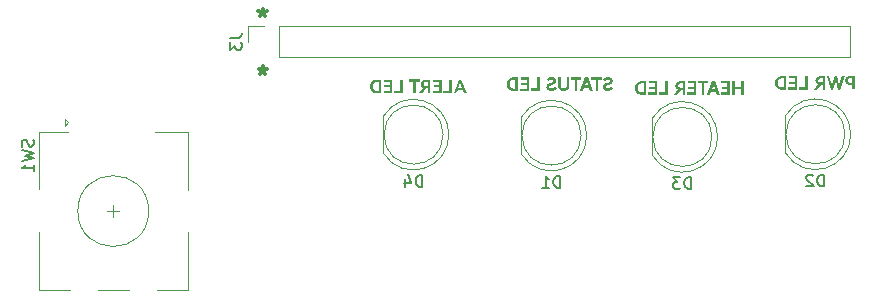
<source format=gbr>
%TF.GenerationSoftware,KiCad,Pcbnew,8.0.5*%
%TF.CreationDate,2024-12-25T22:13:30-08:00*%
%TF.ProjectId,ToastyReflowOvenPCB,546f6173-7479-4526-9566-6c6f774f7665,rev?*%
%TF.SameCoordinates,Original*%
%TF.FileFunction,Legend,Bot*%
%TF.FilePolarity,Positive*%
%FSLAX46Y46*%
G04 Gerber Fmt 4.6, Leading zero omitted, Abs format (unit mm)*
G04 Created by KiCad (PCBNEW 8.0.5) date 2024-12-25 22:13:30*
%MOMM*%
%LPD*%
G01*
G04 APERTURE LIST*
%ADD10C,0.275000*%
%ADD11C,0.300000*%
%ADD12C,0.150000*%
%ADD13C,0.120000*%
G04 APERTURE END LIST*
D10*
G36*
X136150865Y-120123000D02*
G01*
X135927334Y-120123000D01*
X135831957Y-119865079D01*
X135392955Y-119865079D01*
X135294623Y-120123000D01*
X135057390Y-120123000D01*
X135236566Y-119677012D01*
X135465495Y-119677012D01*
X135762641Y-119677012D01*
X135616486Y-119275623D01*
X135465495Y-119677012D01*
X135236566Y-119677012D01*
X135513318Y-118988150D01*
X135708907Y-118988150D01*
X136150865Y-120123000D01*
G37*
G36*
X134926280Y-118988150D02*
G01*
X134704630Y-118988150D01*
X134704630Y-119916663D01*
X134186908Y-119916663D01*
X134186908Y-120123000D01*
X134926280Y-120123000D01*
X134926280Y-118988150D01*
G37*
G36*
X133354040Y-119640473D02*
G01*
X133811580Y-119640473D01*
X133811580Y-119934933D01*
X133285261Y-119934933D01*
X133285261Y-120123000D01*
X134033230Y-120123000D01*
X134033230Y-118989224D01*
X133302456Y-118989224D01*
X133302456Y-119177291D01*
X133811580Y-119177291D01*
X133811580Y-119452406D01*
X133354040Y-119452406D01*
X133354040Y-119640473D01*
G37*
G36*
X133097194Y-120123000D02*
G01*
X132875544Y-120123000D01*
X132875544Y-119710327D01*
X132715150Y-119710327D01*
X132706284Y-119710327D01*
X132434392Y-120123000D01*
X132165725Y-120123000D01*
X132485976Y-119664385D01*
X132455349Y-119649929D01*
X132405806Y-119619183D01*
X132363446Y-119582358D01*
X132328269Y-119539454D01*
X132312015Y-119513204D01*
X132289700Y-119462714D01*
X132276312Y-119408059D01*
X132271849Y-119349238D01*
X132512575Y-119349238D01*
X132516605Y-119390126D01*
X132537762Y-119441068D01*
X132577055Y-119479542D01*
X132625041Y-119503863D01*
X132680711Y-119518088D01*
X132737986Y-119522260D01*
X132875544Y-119522260D01*
X132875544Y-119176217D01*
X132737986Y-119176217D01*
X132685437Y-119179553D01*
X132628714Y-119192693D01*
X132576249Y-119218397D01*
X132545469Y-119245692D01*
X132520099Y-119293655D01*
X132512575Y-119349238D01*
X132271849Y-119349238D01*
X132273161Y-119316574D01*
X132282134Y-119260722D01*
X132299608Y-119208652D01*
X132325582Y-119160365D01*
X132343412Y-119135437D01*
X132381157Y-119095262D01*
X132426172Y-119061122D01*
X132478454Y-119033017D01*
X132484698Y-119030257D01*
X132536920Y-119011328D01*
X132593173Y-118998008D01*
X132653455Y-118990297D01*
X132709508Y-118988150D01*
X133097194Y-118988150D01*
X133097194Y-120123000D01*
G37*
G36*
X132181577Y-118970955D02*
G01*
X131270258Y-118970955D01*
X131270258Y-119177291D01*
X131616032Y-119177291D01*
X131616032Y-120114402D01*
X131837683Y-120114402D01*
X131837683Y-119177291D01*
X132181577Y-119177291D01*
X132181577Y-118970955D01*
G37*
G36*
X130774836Y-118988150D02*
G01*
X130553185Y-118988150D01*
X130553185Y-119916663D01*
X130035464Y-119916663D01*
X130035464Y-120123000D01*
X130774836Y-120123000D01*
X130774836Y-118988150D01*
G37*
G36*
X129202595Y-119640473D02*
G01*
X129660136Y-119640473D01*
X129660136Y-119934933D01*
X129133817Y-119934933D01*
X129133817Y-120123000D01*
X129881786Y-120123000D01*
X129881786Y-118989224D01*
X129151011Y-118989224D01*
X129151011Y-119177291D01*
X129660136Y-119177291D01*
X129660136Y-119452406D01*
X129202595Y-119452406D01*
X129202595Y-119640473D01*
G37*
G36*
X128945750Y-120123000D02*
G01*
X128569078Y-120123000D01*
X128548389Y-120122736D01*
X128487907Y-120118785D01*
X128429806Y-120110092D01*
X128374085Y-120096658D01*
X128320744Y-120078482D01*
X128269783Y-120055564D01*
X128253410Y-120046895D01*
X128206898Y-120018018D01*
X128164297Y-119984833D01*
X128125605Y-119947342D01*
X128090825Y-119905543D01*
X128059954Y-119859437D01*
X128046174Y-119834839D01*
X128022681Y-119783135D01*
X128004608Y-119728088D01*
X127991958Y-119669697D01*
X127984729Y-119607962D01*
X127982875Y-119554769D01*
X128223572Y-119554769D01*
X128223667Y-119566121D01*
X128226973Y-119620414D01*
X128237174Y-119680127D01*
X128254175Y-119733909D01*
X128282606Y-119789157D01*
X128320293Y-119836332D01*
X128326420Y-119842398D01*
X128373925Y-119879470D01*
X128429504Y-119907105D01*
X128483569Y-119923281D01*
X128543566Y-119932525D01*
X128598094Y-119934933D01*
X128724099Y-119934933D01*
X128724099Y-119176217D01*
X128598094Y-119176217D01*
X128533674Y-119179711D01*
X128475015Y-119190196D01*
X128422118Y-119207669D01*
X128367687Y-119236890D01*
X128321099Y-119275623D01*
X128315098Y-119281915D01*
X128278431Y-119330348D01*
X128251097Y-119386468D01*
X128235097Y-119440691D01*
X128225953Y-119500562D01*
X128223572Y-119554769D01*
X127982875Y-119554769D01*
X127982847Y-119553963D01*
X127983148Y-119532088D01*
X127987666Y-119468745D01*
X127997606Y-119408820D01*
X128012967Y-119352315D01*
X128033750Y-119299229D01*
X128059954Y-119249563D01*
X128069813Y-119233784D01*
X128102034Y-119189331D01*
X128138222Y-119149204D01*
X128178378Y-119113403D01*
X128222500Y-119081928D01*
X128270589Y-119054779D01*
X128287403Y-119046711D01*
X128339318Y-119025629D01*
X128393442Y-119009232D01*
X128449778Y-118997519D01*
X128508323Y-118990492D01*
X128569078Y-118988150D01*
X128945750Y-118988150D01*
X128945750Y-120123000D01*
G37*
G36*
X159407986Y-119565212D02*
G01*
X158890265Y-119565212D01*
X158890265Y-119118150D01*
X158668614Y-119118150D01*
X158668614Y-120253000D01*
X158890265Y-120253000D01*
X158890265Y-119771548D01*
X159407986Y-119771548D01*
X159407986Y-120253000D01*
X159629637Y-120253000D01*
X159629637Y-119118150D01*
X159407986Y-119118150D01*
X159407986Y-119565212D01*
G37*
G36*
X157757564Y-119770473D02*
G01*
X158215104Y-119770473D01*
X158215104Y-120064933D01*
X157688785Y-120064933D01*
X157688785Y-120253000D01*
X158436755Y-120253000D01*
X158436755Y-119119224D01*
X157705980Y-119119224D01*
X157705980Y-119307291D01*
X158215104Y-119307291D01*
X158215104Y-119582406D01*
X157757564Y-119582406D01*
X157757564Y-119770473D01*
G37*
G36*
X157611946Y-120253000D02*
G01*
X157388415Y-120253000D01*
X157293039Y-119995079D01*
X156854036Y-119995079D01*
X156755704Y-120253000D01*
X156518471Y-120253000D01*
X156697647Y-119807012D01*
X156926577Y-119807012D01*
X157223722Y-119807012D01*
X157077568Y-119405623D01*
X156926577Y-119807012D01*
X156697647Y-119807012D01*
X156974399Y-119118150D01*
X157169989Y-119118150D01*
X157611946Y-120253000D01*
G37*
G36*
X156632386Y-119100955D02*
G01*
X155721067Y-119100955D01*
X155721067Y-119307291D01*
X156066842Y-119307291D01*
X156066842Y-120244402D01*
X156288492Y-120244402D01*
X156288492Y-119307291D01*
X156632386Y-119307291D01*
X156632386Y-119100955D01*
G37*
G36*
X154916140Y-119770473D02*
G01*
X155373681Y-119770473D01*
X155373681Y-120064933D01*
X154847362Y-120064933D01*
X154847362Y-120253000D01*
X155595331Y-120253000D01*
X155595331Y-119119224D01*
X154864556Y-119119224D01*
X154864556Y-119307291D01*
X155373681Y-119307291D01*
X155373681Y-119582406D01*
X154916140Y-119582406D01*
X154916140Y-119770473D01*
G37*
G36*
X154659295Y-120253000D02*
G01*
X154437644Y-120253000D01*
X154437644Y-119840327D01*
X154277250Y-119840327D01*
X154268384Y-119840327D01*
X153996493Y-120253000D01*
X153727826Y-120253000D01*
X154048077Y-119794385D01*
X154017449Y-119779929D01*
X153967906Y-119749183D01*
X153925546Y-119712358D01*
X153890369Y-119669454D01*
X153874116Y-119643204D01*
X153851801Y-119592714D01*
X153838412Y-119538059D01*
X153833949Y-119479238D01*
X154074675Y-119479238D01*
X154078705Y-119520126D01*
X154099863Y-119571068D01*
X154139155Y-119609542D01*
X154187142Y-119633863D01*
X154242811Y-119648088D01*
X154300087Y-119652260D01*
X154437644Y-119652260D01*
X154437644Y-119306217D01*
X154300087Y-119306217D01*
X154247538Y-119309553D01*
X154190815Y-119322693D01*
X154138349Y-119348397D01*
X154107569Y-119375692D01*
X154082199Y-119423655D01*
X154074675Y-119479238D01*
X153833949Y-119479238D01*
X153835261Y-119446574D01*
X153844234Y-119390722D01*
X153861708Y-119338652D01*
X153887683Y-119290365D01*
X153905512Y-119265437D01*
X153943258Y-119225262D01*
X153988272Y-119191122D01*
X154040554Y-119163017D01*
X154046799Y-119160257D01*
X154099021Y-119141328D01*
X154155273Y-119128008D01*
X154215555Y-119120297D01*
X154271608Y-119118150D01*
X154659295Y-119118150D01*
X154659295Y-120253000D01*
G37*
G36*
X153189148Y-119118150D02*
G01*
X152967498Y-119118150D01*
X152967498Y-120046663D01*
X152449776Y-120046663D01*
X152449776Y-120253000D01*
X153189148Y-120253000D01*
X153189148Y-119118150D01*
G37*
G36*
X151616908Y-119770473D02*
G01*
X152074448Y-119770473D01*
X152074448Y-120064933D01*
X151548129Y-120064933D01*
X151548129Y-120253000D01*
X152296099Y-120253000D01*
X152296099Y-119119224D01*
X151565324Y-119119224D01*
X151565324Y-119307291D01*
X152074448Y-119307291D01*
X152074448Y-119582406D01*
X151616908Y-119582406D01*
X151616908Y-119770473D01*
G37*
G36*
X151360062Y-120253000D02*
G01*
X150983391Y-120253000D01*
X150962702Y-120252736D01*
X150902220Y-120248785D01*
X150844119Y-120240092D01*
X150788397Y-120226658D01*
X150735056Y-120208482D01*
X150684096Y-120185564D01*
X150667723Y-120176895D01*
X150621211Y-120148018D01*
X150578609Y-120114833D01*
X150539918Y-120077342D01*
X150505137Y-120035543D01*
X150474267Y-119989437D01*
X150460487Y-119964839D01*
X150436993Y-119913135D01*
X150418921Y-119858088D01*
X150406271Y-119799697D01*
X150399042Y-119737962D01*
X150397187Y-119684769D01*
X150637885Y-119684769D01*
X150637980Y-119696121D01*
X150641285Y-119750414D01*
X150651486Y-119810127D01*
X150668488Y-119863909D01*
X150696918Y-119919157D01*
X150734605Y-119966332D01*
X150740733Y-119972398D01*
X150788238Y-120009470D01*
X150843817Y-120037105D01*
X150897882Y-120053281D01*
X150957879Y-120062525D01*
X151012407Y-120064933D01*
X151138412Y-120064933D01*
X151138412Y-119306217D01*
X151012407Y-119306217D01*
X150947987Y-119309711D01*
X150889328Y-119320196D01*
X150836431Y-119337669D01*
X150782000Y-119366890D01*
X150735411Y-119405623D01*
X150729411Y-119411915D01*
X150692744Y-119460348D01*
X150665410Y-119516468D01*
X150649409Y-119570691D01*
X150640266Y-119630562D01*
X150637885Y-119684769D01*
X150397187Y-119684769D01*
X150397159Y-119683963D01*
X150397461Y-119662088D01*
X150401979Y-119598745D01*
X150411918Y-119538820D01*
X150427279Y-119482315D01*
X150448062Y-119429229D01*
X150474267Y-119379563D01*
X150484126Y-119363784D01*
X150516347Y-119319331D01*
X150552535Y-119279204D01*
X150592690Y-119243403D01*
X150636812Y-119211928D01*
X150684902Y-119184779D01*
X150701716Y-119176711D01*
X150753630Y-119155629D01*
X150807755Y-119139232D01*
X150864090Y-119127519D01*
X150922635Y-119120492D01*
X150983391Y-119118150D01*
X151360062Y-119118150D01*
X151360062Y-120253000D01*
G37*
G36*
X147693070Y-119590390D02*
G01*
X147696798Y-119646457D01*
X147709903Y-119703873D01*
X147732444Y-119755296D01*
X147752714Y-119786248D01*
X147789090Y-119827406D01*
X147831120Y-119862018D01*
X147878802Y-119890085D01*
X147907735Y-119902849D01*
X147962447Y-119920902D01*
X148019284Y-119933046D01*
X148078247Y-119939282D01*
X148111922Y-119940194D01*
X148170086Y-119937578D01*
X148226097Y-119929729D01*
X148279954Y-119916647D01*
X148331658Y-119898332D01*
X148381208Y-119874785D01*
X148397247Y-119865773D01*
X148441907Y-119835583D01*
X148486443Y-119794846D01*
X148522827Y-119748169D01*
X148551061Y-119695552D01*
X148566238Y-119654332D01*
X148380589Y-119549821D01*
X148354357Y-119600589D01*
X148321671Y-119643749D01*
X148278262Y-119682437D01*
X148273928Y-119685498D01*
X148222449Y-119713031D01*
X148169975Y-119728143D01*
X148112097Y-119733811D01*
X148106011Y-119733858D01*
X148051178Y-119729249D01*
X147998857Y-119712220D01*
X147980275Y-119701080D01*
X147944008Y-119657628D01*
X147933796Y-119605435D01*
X147944972Y-119551931D01*
X147965498Y-119522417D01*
X148008320Y-119488419D01*
X148043949Y-119470833D01*
X148095450Y-119451844D01*
X148147701Y-119434697D01*
X148172372Y-119427040D01*
X148224544Y-119410584D01*
X148277256Y-119392232D01*
X148328397Y-119372040D01*
X148351036Y-119362023D01*
X148400026Y-119333384D01*
X148443424Y-119295830D01*
X148469249Y-119265840D01*
X148497241Y-119216869D01*
X148512606Y-119163975D01*
X148518223Y-119109551D01*
X148518415Y-119096579D01*
X148513825Y-119036821D01*
X148500054Y-118982376D01*
X148477102Y-118933244D01*
X148460383Y-118908244D01*
X148424786Y-118867671D01*
X148383281Y-118833305D01*
X148335868Y-118805143D01*
X148306974Y-118792180D01*
X148252156Y-118773608D01*
X148195000Y-118761114D01*
X148135506Y-118754698D01*
X148101444Y-118753760D01*
X148046554Y-118756206D01*
X147986384Y-118765244D01*
X147930379Y-118780942D01*
X147878539Y-118803299D01*
X147844061Y-118823345D01*
X147800800Y-118856141D01*
X147760269Y-118899384D01*
X147729242Y-118948772D01*
X147707719Y-119004307D01*
X147705697Y-119011681D01*
X147892690Y-119116192D01*
X147916933Y-119065678D01*
X147951979Y-119021103D01*
X147974633Y-119001471D01*
X148023469Y-118974683D01*
X148076577Y-118962076D01*
X148111116Y-118960096D01*
X148166927Y-118965949D01*
X148219754Y-118987249D01*
X148231748Y-118995561D01*
X148267595Y-119039325D01*
X148277690Y-119088519D01*
X148263848Y-119141750D01*
X148248405Y-119161328D01*
X148203142Y-119194431D01*
X148173984Y-119208076D01*
X148120721Y-119227420D01*
X148065872Y-119245116D01*
X148051741Y-119249451D01*
X147998679Y-119265890D01*
X147944765Y-119284504D01*
X147892039Y-119305337D01*
X147868510Y-119315812D01*
X147821267Y-119342773D01*
X147778914Y-119377481D01*
X147744654Y-119415756D01*
X147715285Y-119466331D01*
X147699165Y-119520905D01*
X147693271Y-119577019D01*
X147693070Y-119590390D01*
G37*
G36*
X147641486Y-118770955D02*
G01*
X146730167Y-118770955D01*
X146730167Y-118977291D01*
X147075942Y-118977291D01*
X147075942Y-119914402D01*
X147297592Y-119914402D01*
X147297592Y-118977291D01*
X147641486Y-118977291D01*
X147641486Y-118770955D01*
G37*
G36*
X146856441Y-119923000D02*
G01*
X146632909Y-119923000D01*
X146537533Y-119665079D01*
X146098531Y-119665079D01*
X146000198Y-119923000D01*
X145762965Y-119923000D01*
X145942141Y-119477012D01*
X146171071Y-119477012D01*
X146468217Y-119477012D01*
X146322062Y-119075623D01*
X146171071Y-119477012D01*
X145942141Y-119477012D01*
X146218893Y-118788150D01*
X146414483Y-118788150D01*
X146856441Y-119923000D01*
G37*
G36*
X145876880Y-118770955D02*
G01*
X144965561Y-118770955D01*
X144965561Y-118977291D01*
X145311336Y-118977291D01*
X145311336Y-119914402D01*
X145532986Y-119914402D01*
X145532986Y-118977291D01*
X145876880Y-118977291D01*
X145876880Y-118770955D01*
G37*
G36*
X144117648Y-118788150D02*
G01*
X143895997Y-118788150D01*
X143895997Y-119463310D01*
X143898736Y-119525113D01*
X143906951Y-119583342D01*
X143920643Y-119637997D01*
X143939811Y-119689079D01*
X143953224Y-119716663D01*
X143985044Y-119767424D01*
X144023278Y-119811973D01*
X144067928Y-119850308D01*
X144118991Y-119882431D01*
X144168289Y-119904938D01*
X144221444Y-119921917D01*
X144278455Y-119933369D01*
X144339323Y-119939292D01*
X144375837Y-119940194D01*
X144430683Y-119938163D01*
X144490945Y-119930661D01*
X144547196Y-119917630D01*
X144599436Y-119899072D01*
X144634295Y-119882431D01*
X144685241Y-119850308D01*
X144729806Y-119811973D01*
X144767990Y-119767424D01*
X144799794Y-119716663D01*
X144822092Y-119667624D01*
X144838913Y-119615011D01*
X144850258Y-119558825D01*
X144856126Y-119499064D01*
X144857020Y-119463310D01*
X144857020Y-118788150D01*
X144635369Y-118788150D01*
X144635369Y-119408771D01*
X144632980Y-119467300D01*
X144624151Y-119528183D01*
X144608817Y-119581095D01*
X144583328Y-119631806D01*
X144567397Y-119653258D01*
X144524763Y-119692220D01*
X144473331Y-119718430D01*
X144420227Y-119731024D01*
X144375837Y-119733858D01*
X144318225Y-119728820D01*
X144261479Y-119711110D01*
X144213278Y-119680649D01*
X144185889Y-119653258D01*
X144156034Y-119607752D01*
X144134708Y-119551836D01*
X144123046Y-119494369D01*
X144118248Y-119438767D01*
X144117648Y-119408771D01*
X144117648Y-118788150D01*
G37*
G36*
X142915094Y-119590390D02*
G01*
X142918821Y-119646457D01*
X142931927Y-119703873D01*
X142954468Y-119755296D01*
X142974738Y-119786248D01*
X143011114Y-119827406D01*
X143053143Y-119862018D01*
X143100826Y-119890085D01*
X143129759Y-119902849D01*
X143184471Y-119920902D01*
X143241308Y-119933046D01*
X143300271Y-119939282D01*
X143333946Y-119940194D01*
X143392110Y-119937578D01*
X143448121Y-119929729D01*
X143501978Y-119916647D01*
X143553682Y-119898332D01*
X143603232Y-119874785D01*
X143619270Y-119865773D01*
X143663931Y-119835583D01*
X143708466Y-119794846D01*
X143744851Y-119748169D01*
X143773085Y-119695552D01*
X143788262Y-119654332D01*
X143602613Y-119549821D01*
X143576381Y-119600589D01*
X143543695Y-119643749D01*
X143500286Y-119682437D01*
X143495952Y-119685498D01*
X143444473Y-119713031D01*
X143391999Y-119728143D01*
X143334120Y-119733811D01*
X143328035Y-119733858D01*
X143273202Y-119729249D01*
X143220881Y-119712220D01*
X143202299Y-119701080D01*
X143166032Y-119657628D01*
X143155819Y-119605435D01*
X143166996Y-119551931D01*
X143187522Y-119522417D01*
X143230344Y-119488419D01*
X143265973Y-119470833D01*
X143317474Y-119451844D01*
X143369725Y-119434697D01*
X143394396Y-119427040D01*
X143446568Y-119410584D01*
X143499280Y-119392232D01*
X143550421Y-119372040D01*
X143573060Y-119362023D01*
X143622049Y-119333384D01*
X143665447Y-119295830D01*
X143691273Y-119265840D01*
X143719265Y-119216869D01*
X143734629Y-119163975D01*
X143740247Y-119109551D01*
X143740439Y-119096579D01*
X143735849Y-119036821D01*
X143722077Y-118982376D01*
X143699125Y-118933244D01*
X143682407Y-118908244D01*
X143646810Y-118867671D01*
X143605305Y-118833305D01*
X143557892Y-118805143D01*
X143528998Y-118792180D01*
X143474180Y-118773608D01*
X143417024Y-118761114D01*
X143357530Y-118754698D01*
X143323468Y-118753760D01*
X143268578Y-118756206D01*
X143208407Y-118765244D01*
X143152402Y-118780942D01*
X143100563Y-118803299D01*
X143066085Y-118823345D01*
X143022824Y-118856141D01*
X142982293Y-118899384D01*
X142951266Y-118948772D01*
X142929743Y-119004307D01*
X142927721Y-119011681D01*
X143114713Y-119116192D01*
X143138956Y-119065678D01*
X143174003Y-119021103D01*
X143196657Y-119001471D01*
X143245493Y-118974683D01*
X143298601Y-118962076D01*
X143333140Y-118960096D01*
X143388951Y-118965949D01*
X143441778Y-118987249D01*
X143453771Y-118995561D01*
X143489619Y-119039325D01*
X143499713Y-119088519D01*
X143485872Y-119141750D01*
X143470429Y-119161328D01*
X143425166Y-119194431D01*
X143396008Y-119208076D01*
X143342745Y-119227420D01*
X143287895Y-119245116D01*
X143273764Y-119249451D01*
X143220703Y-119265890D01*
X143166789Y-119284504D01*
X143114063Y-119305337D01*
X143090533Y-119315812D01*
X143043291Y-119342773D01*
X143000938Y-119377481D01*
X142966678Y-119415756D01*
X142937309Y-119466331D01*
X142921189Y-119520905D01*
X142915295Y-119577019D01*
X142915094Y-119590390D01*
G37*
G36*
X142344445Y-118788150D02*
G01*
X142122794Y-118788150D01*
X142122794Y-119716663D01*
X141605073Y-119716663D01*
X141605073Y-119923000D01*
X142344445Y-119923000D01*
X142344445Y-118788150D01*
G37*
G36*
X140772205Y-119440473D02*
G01*
X141229745Y-119440473D01*
X141229745Y-119734933D01*
X140703426Y-119734933D01*
X140703426Y-119923000D01*
X141451395Y-119923000D01*
X141451395Y-118789224D01*
X140720621Y-118789224D01*
X140720621Y-118977291D01*
X141229745Y-118977291D01*
X141229745Y-119252406D01*
X140772205Y-119252406D01*
X140772205Y-119440473D01*
G37*
G36*
X140515359Y-119923000D02*
G01*
X140138688Y-119923000D01*
X140117998Y-119922736D01*
X140057517Y-119918785D01*
X139999415Y-119910092D01*
X139943694Y-119896658D01*
X139890353Y-119878482D01*
X139839392Y-119855564D01*
X139823019Y-119846895D01*
X139776507Y-119818018D01*
X139733906Y-119784833D01*
X139695215Y-119747342D01*
X139660434Y-119705543D01*
X139629563Y-119659437D01*
X139615783Y-119634839D01*
X139592290Y-119583135D01*
X139574218Y-119528088D01*
X139561567Y-119469697D01*
X139554338Y-119407962D01*
X139552484Y-119354769D01*
X139793182Y-119354769D01*
X139793276Y-119366121D01*
X139796582Y-119420414D01*
X139806783Y-119480127D01*
X139823785Y-119533909D01*
X139852215Y-119589157D01*
X139889902Y-119636332D01*
X139896029Y-119642398D01*
X139943534Y-119679470D01*
X139999113Y-119707105D01*
X140053178Y-119723281D01*
X140113175Y-119732525D01*
X140167704Y-119734933D01*
X140293709Y-119734933D01*
X140293709Y-118976217D01*
X140167704Y-118976217D01*
X140103283Y-118979711D01*
X140044625Y-118990196D01*
X139991728Y-119007669D01*
X139937297Y-119036890D01*
X139890708Y-119075623D01*
X139884708Y-119081915D01*
X139848040Y-119130348D01*
X139820706Y-119186468D01*
X139804706Y-119240691D01*
X139795563Y-119300562D01*
X139793182Y-119354769D01*
X139552484Y-119354769D01*
X139552456Y-119353963D01*
X139552757Y-119332088D01*
X139557275Y-119268745D01*
X139567215Y-119208820D01*
X139582576Y-119152315D01*
X139603359Y-119099229D01*
X139629563Y-119049563D01*
X139639422Y-119033784D01*
X139671643Y-118989331D01*
X139707832Y-118949204D01*
X139747987Y-118913403D01*
X139792109Y-118881928D01*
X139840198Y-118854779D01*
X139857012Y-118846711D01*
X139908927Y-118825629D01*
X139963052Y-118809232D01*
X140019387Y-118797519D01*
X140077932Y-118790492D01*
X140138688Y-118788150D01*
X140515359Y-118788150D01*
X140515359Y-119923000D01*
G37*
G36*
X169029637Y-119814402D02*
G01*
X168807986Y-119814402D01*
X168807986Y-119427521D01*
X168644637Y-119427521D01*
X168636341Y-119427476D01*
X168580140Y-119424633D01*
X168519908Y-119415969D01*
X168463941Y-119401528D01*
X168412240Y-119381311D01*
X168382277Y-119365906D01*
X168333898Y-119333317D01*
X168292660Y-119294480D01*
X168258562Y-119249395D01*
X168240118Y-119216292D01*
X168219608Y-119163026D01*
X168207683Y-119105423D01*
X168204308Y-119050850D01*
X168445017Y-119050850D01*
X168448879Y-119094727D01*
X168469155Y-119149774D01*
X168506810Y-119191900D01*
X168514693Y-119197659D01*
X168563713Y-119222690D01*
X168616596Y-119235693D01*
X168670966Y-119239454D01*
X168807986Y-119239454D01*
X168807986Y-118859022D01*
X168670966Y-118859022D01*
X168664608Y-118859070D01*
X168610951Y-118863823D01*
X168554087Y-118880196D01*
X168506810Y-118908188D01*
X168474224Y-118943246D01*
X168451051Y-118996744D01*
X168445017Y-119050850D01*
X168204308Y-119050850D01*
X168204291Y-119050581D01*
X168205616Y-119015524D01*
X168214679Y-118955990D01*
X168232328Y-118901046D01*
X168258562Y-118850693D01*
X168276624Y-118824855D01*
X168314688Y-118783107D01*
X168359894Y-118747479D01*
X168412240Y-118717972D01*
X168424764Y-118712278D01*
X168477507Y-118693178D01*
X168534481Y-118679954D01*
X168587805Y-118673205D01*
X168644368Y-118670955D01*
X169029637Y-118670955D01*
X169029637Y-119814402D01*
G37*
G36*
X167312854Y-118688150D02*
G01*
X167078845Y-119450896D01*
X166863105Y-118688150D01*
X166647634Y-118688150D01*
X166998782Y-119823000D01*
X167171266Y-119823000D01*
X167408230Y-119082016D01*
X167637672Y-119823000D01*
X167808813Y-119823000D01*
X168175275Y-118688150D01*
X167944221Y-118688150D01*
X167713168Y-119450896D01*
X167491517Y-118688150D01*
X167312854Y-118688150D01*
G37*
G36*
X166517062Y-119823000D02*
G01*
X166295411Y-119823000D01*
X166295411Y-119410327D01*
X166135017Y-119410327D01*
X166126151Y-119410327D01*
X165854260Y-119823000D01*
X165585593Y-119823000D01*
X165905844Y-119364385D01*
X165875216Y-119349929D01*
X165825673Y-119319183D01*
X165783313Y-119282358D01*
X165748136Y-119239454D01*
X165731882Y-119213204D01*
X165709568Y-119162714D01*
X165696179Y-119108059D01*
X165691716Y-119049238D01*
X165932442Y-119049238D01*
X165936472Y-119090126D01*
X165957629Y-119141068D01*
X165996922Y-119179542D01*
X166044909Y-119203863D01*
X166100578Y-119218088D01*
X166157854Y-119222260D01*
X166295411Y-119222260D01*
X166295411Y-118876217D01*
X166157854Y-118876217D01*
X166105305Y-118879553D01*
X166048582Y-118892693D01*
X165996116Y-118918397D01*
X165965336Y-118945692D01*
X165939966Y-118993655D01*
X165932442Y-119049238D01*
X165691716Y-119049238D01*
X165693028Y-119016574D01*
X165702001Y-118960722D01*
X165719475Y-118908652D01*
X165745450Y-118860365D01*
X165763279Y-118835437D01*
X165801025Y-118795262D01*
X165846039Y-118761122D01*
X165898321Y-118733017D01*
X165904566Y-118730257D01*
X165956788Y-118711328D01*
X166013040Y-118698008D01*
X166073322Y-118690297D01*
X166129375Y-118688150D01*
X166517062Y-118688150D01*
X166517062Y-119823000D01*
G37*
G36*
X165046915Y-118688150D02*
G01*
X164825265Y-118688150D01*
X164825265Y-119616663D01*
X164307543Y-119616663D01*
X164307543Y-119823000D01*
X165046915Y-119823000D01*
X165046915Y-118688150D01*
G37*
G36*
X163474675Y-119340473D02*
G01*
X163932215Y-119340473D01*
X163932215Y-119634933D01*
X163405896Y-119634933D01*
X163405896Y-119823000D01*
X164153866Y-119823000D01*
X164153866Y-118689224D01*
X163423091Y-118689224D01*
X163423091Y-118877291D01*
X163932215Y-118877291D01*
X163932215Y-119152406D01*
X163474675Y-119152406D01*
X163474675Y-119340473D01*
G37*
G36*
X163217829Y-119823000D02*
G01*
X162841158Y-119823000D01*
X162820468Y-119822736D01*
X162759987Y-119818785D01*
X162701885Y-119810092D01*
X162646164Y-119796658D01*
X162592823Y-119778482D01*
X162541863Y-119755564D01*
X162525490Y-119746895D01*
X162478978Y-119718018D01*
X162436376Y-119684833D01*
X162397685Y-119647342D01*
X162362904Y-119605543D01*
X162332034Y-119559437D01*
X162318254Y-119534839D01*
X162294760Y-119483135D01*
X162276688Y-119428088D01*
X162264038Y-119369697D01*
X162256809Y-119307962D01*
X162254954Y-119254769D01*
X162495652Y-119254769D01*
X162495746Y-119266121D01*
X162499052Y-119320414D01*
X162509253Y-119380127D01*
X162526255Y-119433909D01*
X162554685Y-119489157D01*
X162592372Y-119536332D01*
X162598500Y-119542398D01*
X162646005Y-119579470D01*
X162701584Y-119607105D01*
X162755649Y-119623281D01*
X162815646Y-119632525D01*
X162870174Y-119634933D01*
X162996179Y-119634933D01*
X162996179Y-118876217D01*
X162870174Y-118876217D01*
X162805754Y-118879711D01*
X162747095Y-118890196D01*
X162694198Y-118907669D01*
X162639767Y-118936890D01*
X162593178Y-118975623D01*
X162587178Y-118981915D01*
X162550510Y-119030348D01*
X162523176Y-119086468D01*
X162507176Y-119140691D01*
X162498033Y-119200562D01*
X162495652Y-119254769D01*
X162254954Y-119254769D01*
X162254926Y-119253963D01*
X162255227Y-119232088D01*
X162259745Y-119168745D01*
X162269685Y-119108820D01*
X162285046Y-119052315D01*
X162305829Y-118999229D01*
X162332034Y-118949563D01*
X162341893Y-118933784D01*
X162374114Y-118889331D01*
X162410302Y-118849204D01*
X162450457Y-118813403D01*
X162494579Y-118781928D01*
X162542669Y-118754779D01*
X162559482Y-118746711D01*
X162611397Y-118725629D01*
X162665522Y-118709232D01*
X162721857Y-118697519D01*
X162780402Y-118690492D01*
X162841158Y-118688150D01*
X163217829Y-118688150D01*
X163217829Y-119823000D01*
G37*
D11*
X118911203Y-117850828D02*
X118911203Y-118207971D01*
X119268346Y-118065114D02*
X118911203Y-118207971D01*
X118911203Y-118207971D02*
X118554060Y-118065114D01*
X119125489Y-118493685D02*
X118911203Y-118207971D01*
X118911203Y-118207971D02*
X118696917Y-118493685D01*
X118891203Y-112990828D02*
X118891203Y-113347971D01*
X119248346Y-113205114D02*
X118891203Y-113347971D01*
X118891203Y-113347971D02*
X118534060Y-113205114D01*
X119105489Y-113633685D02*
X118891203Y-113347971D01*
X118891203Y-113347971D02*
X118676917Y-113633685D01*
D12*
X99447200Y-124076667D02*
X99494819Y-124219524D01*
X99494819Y-124219524D02*
X99494819Y-124457619D01*
X99494819Y-124457619D02*
X99447200Y-124552857D01*
X99447200Y-124552857D02*
X99399580Y-124600476D01*
X99399580Y-124600476D02*
X99304342Y-124648095D01*
X99304342Y-124648095D02*
X99209104Y-124648095D01*
X99209104Y-124648095D02*
X99113866Y-124600476D01*
X99113866Y-124600476D02*
X99066247Y-124552857D01*
X99066247Y-124552857D02*
X99018628Y-124457619D01*
X99018628Y-124457619D02*
X98971009Y-124267143D01*
X98971009Y-124267143D02*
X98923390Y-124171905D01*
X98923390Y-124171905D02*
X98875771Y-124124286D01*
X98875771Y-124124286D02*
X98780533Y-124076667D01*
X98780533Y-124076667D02*
X98685295Y-124076667D01*
X98685295Y-124076667D02*
X98590057Y-124124286D01*
X98590057Y-124124286D02*
X98542438Y-124171905D01*
X98542438Y-124171905D02*
X98494819Y-124267143D01*
X98494819Y-124267143D02*
X98494819Y-124505238D01*
X98494819Y-124505238D02*
X98542438Y-124648095D01*
X98494819Y-124981429D02*
X99494819Y-125219524D01*
X99494819Y-125219524D02*
X98780533Y-125410000D01*
X98780533Y-125410000D02*
X99494819Y-125600476D01*
X99494819Y-125600476D02*
X98494819Y-125838572D01*
X99494819Y-126743333D02*
X99494819Y-126171905D01*
X99494819Y-126457619D02*
X98494819Y-126457619D01*
X98494819Y-126457619D02*
X98637676Y-126362381D01*
X98637676Y-126362381D02*
X98732914Y-126267143D01*
X98732914Y-126267143D02*
X98780533Y-126171905D01*
X116144819Y-115437466D02*
X116859104Y-115437466D01*
X116859104Y-115437466D02*
X117001961Y-115389847D01*
X117001961Y-115389847D02*
X117097200Y-115294609D01*
X117097200Y-115294609D02*
X117144819Y-115151752D01*
X117144819Y-115151752D02*
X117144819Y-115056514D01*
X116144819Y-115818419D02*
X116144819Y-116437466D01*
X116144819Y-116437466D02*
X116525771Y-116104133D01*
X116525771Y-116104133D02*
X116525771Y-116246990D01*
X116525771Y-116246990D02*
X116573390Y-116342228D01*
X116573390Y-116342228D02*
X116621009Y-116389847D01*
X116621009Y-116389847D02*
X116716247Y-116437466D01*
X116716247Y-116437466D02*
X116954342Y-116437466D01*
X116954342Y-116437466D02*
X117049580Y-116389847D01*
X117049580Y-116389847D02*
X117097200Y-116342228D01*
X117097200Y-116342228D02*
X117144819Y-116246990D01*
X117144819Y-116246990D02*
X117144819Y-115961276D01*
X117144819Y-115961276D02*
X117097200Y-115866038D01*
X117097200Y-115866038D02*
X117049580Y-115818419D01*
X132403094Y-128054819D02*
X132403094Y-127054819D01*
X132403094Y-127054819D02*
X132164999Y-127054819D01*
X132164999Y-127054819D02*
X132022142Y-127102438D01*
X132022142Y-127102438D02*
X131926904Y-127197676D01*
X131926904Y-127197676D02*
X131879285Y-127292914D01*
X131879285Y-127292914D02*
X131831666Y-127483390D01*
X131831666Y-127483390D02*
X131831666Y-127626247D01*
X131831666Y-127626247D02*
X131879285Y-127816723D01*
X131879285Y-127816723D02*
X131926904Y-127911961D01*
X131926904Y-127911961D02*
X132022142Y-128007200D01*
X132022142Y-128007200D02*
X132164999Y-128054819D01*
X132164999Y-128054819D02*
X132403094Y-128054819D01*
X130974523Y-127388152D02*
X130974523Y-128054819D01*
X131212618Y-127007200D02*
X131450713Y-127721485D01*
X131450713Y-127721485D02*
X130831666Y-127721485D01*
X155163094Y-128244819D02*
X155163094Y-127244819D01*
X155163094Y-127244819D02*
X154924999Y-127244819D01*
X154924999Y-127244819D02*
X154782142Y-127292438D01*
X154782142Y-127292438D02*
X154686904Y-127387676D01*
X154686904Y-127387676D02*
X154639285Y-127482914D01*
X154639285Y-127482914D02*
X154591666Y-127673390D01*
X154591666Y-127673390D02*
X154591666Y-127816247D01*
X154591666Y-127816247D02*
X154639285Y-128006723D01*
X154639285Y-128006723D02*
X154686904Y-128101961D01*
X154686904Y-128101961D02*
X154782142Y-128197200D01*
X154782142Y-128197200D02*
X154924999Y-128244819D01*
X154924999Y-128244819D02*
X155163094Y-128244819D01*
X154258332Y-127244819D02*
X153639285Y-127244819D01*
X153639285Y-127244819D02*
X153972618Y-127625771D01*
X153972618Y-127625771D02*
X153829761Y-127625771D01*
X153829761Y-127625771D02*
X153734523Y-127673390D01*
X153734523Y-127673390D02*
X153686904Y-127721009D01*
X153686904Y-127721009D02*
X153639285Y-127816247D01*
X153639285Y-127816247D02*
X153639285Y-128054342D01*
X153639285Y-128054342D02*
X153686904Y-128149580D01*
X153686904Y-128149580D02*
X153734523Y-128197200D01*
X153734523Y-128197200D02*
X153829761Y-128244819D01*
X153829761Y-128244819D02*
X154115475Y-128244819D01*
X154115475Y-128244819D02*
X154210713Y-128197200D01*
X154210713Y-128197200D02*
X154258332Y-128149580D01*
X166433094Y-128024819D02*
X166433094Y-127024819D01*
X166433094Y-127024819D02*
X166194999Y-127024819D01*
X166194999Y-127024819D02*
X166052142Y-127072438D01*
X166052142Y-127072438D02*
X165956904Y-127167676D01*
X165956904Y-127167676D02*
X165909285Y-127262914D01*
X165909285Y-127262914D02*
X165861666Y-127453390D01*
X165861666Y-127453390D02*
X165861666Y-127596247D01*
X165861666Y-127596247D02*
X165909285Y-127786723D01*
X165909285Y-127786723D02*
X165956904Y-127881961D01*
X165956904Y-127881961D02*
X166052142Y-127977200D01*
X166052142Y-127977200D02*
X166194999Y-128024819D01*
X166194999Y-128024819D02*
X166433094Y-128024819D01*
X165480713Y-127120057D02*
X165433094Y-127072438D01*
X165433094Y-127072438D02*
X165337856Y-127024819D01*
X165337856Y-127024819D02*
X165099761Y-127024819D01*
X165099761Y-127024819D02*
X165004523Y-127072438D01*
X165004523Y-127072438D02*
X164956904Y-127120057D01*
X164956904Y-127120057D02*
X164909285Y-127215295D01*
X164909285Y-127215295D02*
X164909285Y-127310533D01*
X164909285Y-127310533D02*
X164956904Y-127453390D01*
X164956904Y-127453390D02*
X165528332Y-128024819D01*
X165528332Y-128024819D02*
X164909285Y-128024819D01*
X144083094Y-128134819D02*
X144083094Y-127134819D01*
X144083094Y-127134819D02*
X143844999Y-127134819D01*
X143844999Y-127134819D02*
X143702142Y-127182438D01*
X143702142Y-127182438D02*
X143606904Y-127277676D01*
X143606904Y-127277676D02*
X143559285Y-127372914D01*
X143559285Y-127372914D02*
X143511666Y-127563390D01*
X143511666Y-127563390D02*
X143511666Y-127706247D01*
X143511666Y-127706247D02*
X143559285Y-127896723D01*
X143559285Y-127896723D02*
X143606904Y-127991961D01*
X143606904Y-127991961D02*
X143702142Y-128087200D01*
X143702142Y-128087200D02*
X143844999Y-128134819D01*
X143844999Y-128134819D02*
X144083094Y-128134819D01*
X142559285Y-128134819D02*
X143130713Y-128134819D01*
X142844999Y-128134819D02*
X142844999Y-127134819D01*
X142844999Y-127134819D02*
X142940237Y-127277676D01*
X142940237Y-127277676D02*
X143035475Y-127372914D01*
X143035475Y-127372914D02*
X143130713Y-127420533D01*
D13*
%TO.C,SW1*%
X102140000Y-122910000D02*
X102140000Y-122310000D01*
X102140000Y-122310000D02*
X102440000Y-122610000D01*
X102440000Y-122610000D02*
X102140000Y-122910000D01*
X102440000Y-123410000D02*
X99940000Y-123410000D01*
X109740000Y-123410000D02*
X112540000Y-123410000D01*
X99940000Y-123410000D02*
X99940000Y-128210000D01*
X112540000Y-123410000D02*
X112540000Y-128310000D01*
X106240000Y-130610000D02*
X106240000Y-129610000D01*
X106740000Y-130110000D02*
X105740000Y-130110000D01*
X99940000Y-136810000D02*
X99940000Y-131910000D01*
X102540000Y-136810000D02*
X99940000Y-136810000D01*
X107540000Y-136810000D02*
X104940000Y-136810000D01*
X112540000Y-136810000D02*
X109940000Y-136810000D01*
X112540000Y-131910000D02*
X112540000Y-136810000D01*
X109240000Y-130110000D02*
G75*
G02*
X103240000Y-130110000I-3000000J0D01*
G01*
X103240000Y-130110000D02*
G75*
G02*
X109240000Y-130110000I3000000J0D01*
G01*
%TO.C,J3*%
X117690000Y-115770800D02*
X117690000Y-114440800D01*
X117690000Y-114440800D02*
X119020000Y-114440800D01*
X168610000Y-114440800D02*
X120290000Y-114440800D01*
X120290000Y-117100800D02*
X120290000Y-114440800D01*
X168610000Y-117100800D02*
X168610000Y-114440800D01*
X168610000Y-117100800D02*
X120290000Y-117100800D01*
%TO.C,D4*%
X129105000Y-122095000D02*
X129105000Y-125185000D01*
X134655000Y-123639538D02*
G75*
G02*
X129105000Y-125184830I-2990000J-462D01*
G01*
X129105000Y-122095170D02*
G75*
G02*
X134655000Y-123640462I2560000J-1544830D01*
G01*
X134165000Y-123640000D02*
G75*
G02*
X129165000Y-123640000I-2500000J0D01*
G01*
X129165000Y-123640000D02*
G75*
G02*
X134165000Y-123640000I2500000J0D01*
G01*
%TO.C,D3*%
X151865000Y-122285000D02*
X151865000Y-125375000D01*
X157415000Y-123829538D02*
G75*
G02*
X151865000Y-125374830I-2990000J-462D01*
G01*
X151865000Y-122285170D02*
G75*
G02*
X157415000Y-123830462I2560000J-1544830D01*
G01*
X156925000Y-123830000D02*
G75*
G02*
X151925000Y-123830000I-2500000J0D01*
G01*
X151925000Y-123830000D02*
G75*
G02*
X156925000Y-123830000I2500000J0D01*
G01*
%TO.C,D2*%
X163135000Y-122065000D02*
X163135000Y-125155000D01*
X168685000Y-123609538D02*
G75*
G02*
X163135000Y-125154830I-2990000J-462D01*
G01*
X163135000Y-122065170D02*
G75*
G02*
X168685000Y-123610462I2560000J-1544830D01*
G01*
X168195000Y-123610000D02*
G75*
G02*
X163195000Y-123610000I-2500000J0D01*
G01*
X163195000Y-123610000D02*
G75*
G02*
X168195000Y-123610000I2500000J0D01*
G01*
%TO.C,D1*%
X140785000Y-122175000D02*
X140785000Y-125265000D01*
X146335000Y-123719538D02*
G75*
G02*
X140785000Y-125264830I-2990000J-462D01*
G01*
X140785000Y-122175170D02*
G75*
G02*
X146335000Y-123720462I2560000J-1544830D01*
G01*
X145845000Y-123720000D02*
G75*
G02*
X140845000Y-123720000I-2500000J0D01*
G01*
X140845000Y-123720000D02*
G75*
G02*
X145845000Y-123720000I2500000J0D01*
G01*
%TD*%
M02*

</source>
